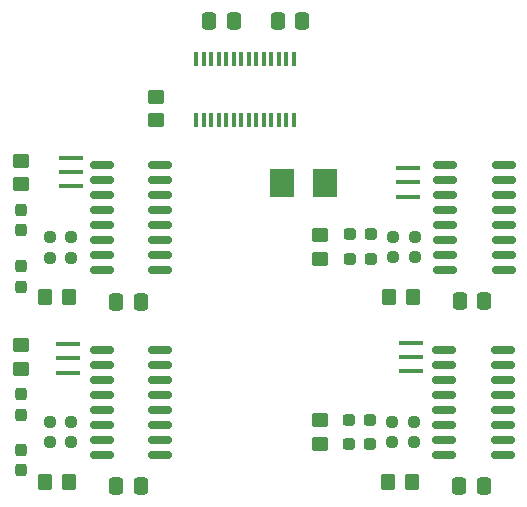
<source format=gbr>
%TF.GenerationSoftware,KiCad,Pcbnew,(6.0.4)*%
%TF.CreationDate,2022-03-26T16:13:01+01:00*%
%TF.ProjectId,Duino Coin,4475696e-6f20-4436-9f69-6e2e6b696361,rev?*%
%TF.SameCoordinates,Original*%
%TF.FileFunction,Paste,Bot*%
%TF.FilePolarity,Positive*%
%FSLAX46Y46*%
G04 Gerber Fmt 4.6, Leading zero omitted, Abs format (unit mm)*
G04 Created by KiCad (PCBNEW (6.0.4)) date 2022-03-26 16:13:01*
%MOMM*%
%LPD*%
G01*
G04 APERTURE LIST*
G04 Aperture macros list*
%AMRoundRect*
0 Rectangle with rounded corners*
0 $1 Rounding radius*
0 $2 $3 $4 $5 $6 $7 $8 $9 X,Y pos of 4 corners*
0 Add a 4 corners polygon primitive as box body*
4,1,4,$2,$3,$4,$5,$6,$7,$8,$9,$2,$3,0*
0 Add four circle primitives for the rounded corners*
1,1,$1+$1,$2,$3*
1,1,$1+$1,$4,$5*
1,1,$1+$1,$6,$7*
1,1,$1+$1,$8,$9*
0 Add four rect primitives between the rounded corners*
20,1,$1+$1,$2,$3,$4,$5,0*
20,1,$1+$1,$4,$5,$6,$7,0*
20,1,$1+$1,$6,$7,$8,$9,0*
20,1,$1+$1,$8,$9,$2,$3,0*%
G04 Aperture macros list end*
%ADD10RoundRect,0.250000X0.337500X0.475000X-0.337500X0.475000X-0.337500X-0.475000X0.337500X-0.475000X0*%
%ADD11RoundRect,0.250000X-0.337500X-0.475000X0.337500X-0.475000X0.337500X0.475000X-0.337500X0.475000X0*%
%ADD12RoundRect,0.237500X0.287500X0.237500X-0.287500X0.237500X-0.287500X-0.237500X0.287500X-0.237500X0*%
%ADD13RoundRect,0.237500X-0.237500X0.287500X-0.237500X-0.287500X0.237500X-0.287500X0.237500X0.287500X0*%
%ADD14RoundRect,0.237500X0.237500X-0.287500X0.237500X0.287500X-0.237500X0.287500X-0.237500X-0.287500X0*%
%ADD15RoundRect,0.237500X-0.250000X-0.237500X0.250000X-0.237500X0.250000X0.237500X-0.250000X0.237500X0*%
%ADD16RoundRect,0.237500X0.250000X0.237500X-0.250000X0.237500X-0.250000X-0.237500X0.250000X-0.237500X0*%
%ADD17RoundRect,0.250000X0.350000X0.450000X-0.350000X0.450000X-0.350000X-0.450000X0.350000X-0.450000X0*%
%ADD18RoundRect,0.250000X0.450000X-0.350000X0.450000X0.350000X-0.450000X0.350000X-0.450000X-0.350000X0*%
%ADD19RoundRect,0.250000X-0.450000X0.350000X-0.450000X-0.350000X0.450000X-0.350000X0.450000X0.350000X0*%
%ADD20R,0.400000X1.200000*%
%ADD21R,2.000000X2.400000*%
%ADD22RoundRect,0.150000X-0.825000X-0.150000X0.825000X-0.150000X0.825000X0.150000X-0.825000X0.150000X0*%
%ADD23R,2.000000X0.400000*%
G04 APERTURE END LIST*
D10*
%TO.C,C2*%
X193569500Y-115697000D03*
X191494500Y-115697000D03*
%TD*%
%TO.C,C3*%
X164486500Y-131381500D03*
X162411500Y-131381500D03*
%TD*%
%TO.C,C4*%
X193506000Y-131381500D03*
X191431000Y-131381500D03*
%TD*%
%TO.C,C5*%
X164486500Y-115760500D03*
X162411500Y-115760500D03*
%TD*%
D11*
%TO.C,C21*%
X176064000Y-91948000D03*
X178139000Y-91948000D03*
%TD*%
D10*
%TO.C,C23*%
X172360500Y-91948000D03*
X170285500Y-91948000D03*
%TD*%
D12*
%TO.C,D1*%
X183945500Y-112141000D03*
X182195500Y-112141000D03*
%TD*%
%TO.C,D2*%
X183945500Y-110045500D03*
X182195500Y-110045500D03*
%TD*%
D13*
%TO.C,D3*%
X154368500Y-128284000D03*
X154368500Y-130034000D03*
%TD*%
D14*
%TO.C,D4*%
X154368500Y-125335000D03*
X154368500Y-123585000D03*
%TD*%
D12*
%TO.C,D5*%
X183882000Y-127825500D03*
X182132000Y-127825500D03*
%TD*%
%TO.C,D6*%
X183882000Y-125730000D03*
X182132000Y-125730000D03*
%TD*%
D13*
%TO.C,D7*%
X154305000Y-112726500D03*
X154305000Y-114476500D03*
%TD*%
D14*
%TO.C,D8*%
X154305000Y-109714000D03*
X154305000Y-107964000D03*
%TD*%
D15*
%TO.C,R1*%
X185841000Y-111950500D03*
X187666000Y-111950500D03*
%TD*%
%TO.C,R2*%
X156758000Y-127635000D03*
X158583000Y-127635000D03*
%TD*%
%TO.C,R3*%
X185777500Y-127635000D03*
X187602500Y-127635000D03*
%TD*%
%TO.C,R4*%
X156758000Y-112014000D03*
X158583000Y-112014000D03*
%TD*%
D16*
%TO.C,R5*%
X187666000Y-110236000D03*
X185841000Y-110236000D03*
%TD*%
%TO.C,R6*%
X158583000Y-125920500D03*
X156758000Y-125920500D03*
%TD*%
%TO.C,R7*%
X187602500Y-125920500D03*
X185777500Y-125920500D03*
%TD*%
%TO.C,R8*%
X158583000Y-110299500D03*
X156758000Y-110299500D03*
%TD*%
D17*
%TO.C,R9*%
X187499500Y-115316000D03*
X185499500Y-115316000D03*
%TD*%
D18*
%TO.C,R10*%
X179679600Y-112099600D03*
X179679600Y-110099600D03*
%TD*%
D17*
%TO.C,R11*%
X158416500Y-131000500D03*
X156416500Y-131000500D03*
%TD*%
D19*
%TO.C,R12*%
X154381200Y-119446800D03*
X154381200Y-121446800D03*
%TD*%
D17*
%TO.C,R13*%
X187436000Y-131000500D03*
X185436000Y-131000500D03*
%TD*%
D18*
%TO.C,R14*%
X179679600Y-127796800D03*
X179679600Y-125796800D03*
%TD*%
D17*
%TO.C,R15*%
X158416500Y-115379500D03*
X156416500Y-115379500D03*
%TD*%
D19*
%TO.C,R16*%
X154330400Y-103800400D03*
X154330400Y-105800400D03*
%TD*%
D18*
%TO.C,R29*%
X165735000Y-100377500D03*
X165735000Y-98377500D03*
%TD*%
D20*
%TO.C,U5*%
X177419000Y-100390000D03*
X176784000Y-100390000D03*
X176149000Y-100390000D03*
X175514000Y-100390000D03*
X174879000Y-100390000D03*
X174244000Y-100390000D03*
X173609000Y-100390000D03*
X172974000Y-100390000D03*
X172339000Y-100390000D03*
X171704000Y-100390000D03*
X171069000Y-100390000D03*
X170434000Y-100390000D03*
X169799000Y-100390000D03*
X169164000Y-100390000D03*
X169164000Y-95190000D03*
X169799000Y-95190000D03*
X170434000Y-95190000D03*
X171069000Y-95190000D03*
X171704000Y-95190000D03*
X172339000Y-95190000D03*
X172974000Y-95190000D03*
X173609000Y-95190000D03*
X174244000Y-95190000D03*
X174879000Y-95190000D03*
X175514000Y-95190000D03*
X176149000Y-95190000D03*
X176784000Y-95190000D03*
X177419000Y-95190000D03*
%TD*%
D21*
%TO.C,Y5*%
X180107200Y-105664000D03*
X176407200Y-105664000D03*
%TD*%
D22*
%TO.C,U1*%
X190250040Y-113024920D03*
X190250040Y-111754920D03*
X190250040Y-110484920D03*
X190250040Y-109214920D03*
X190250040Y-107944920D03*
X190250040Y-106674920D03*
X190250040Y-105404920D03*
X190250040Y-104134920D03*
X195200040Y-104134920D03*
X195200040Y-105404920D03*
X195200040Y-106674920D03*
X195200040Y-107944920D03*
X195200040Y-109214920D03*
X195200040Y-110484920D03*
X195200040Y-111754920D03*
X195200040Y-113024920D03*
%TD*%
%TO.C,U2*%
X161161960Y-128717040D03*
X161161960Y-127447040D03*
X161161960Y-126177040D03*
X161161960Y-124907040D03*
X161161960Y-123637040D03*
X161161960Y-122367040D03*
X161161960Y-121097040D03*
X161161960Y-119827040D03*
X166111960Y-119827040D03*
X166111960Y-121097040D03*
X166111960Y-122367040D03*
X166111960Y-123637040D03*
X166111960Y-124907040D03*
X166111960Y-126177040D03*
X166111960Y-127447040D03*
X166111960Y-128717040D03*
%TD*%
%TO.C,U3*%
X190184000Y-128717040D03*
X190184000Y-127447040D03*
X190184000Y-126177040D03*
X190184000Y-124907040D03*
X190184000Y-123637040D03*
X190184000Y-122367040D03*
X190184000Y-121097040D03*
X190184000Y-119827040D03*
X195134000Y-119827040D03*
X195134000Y-121097040D03*
X195134000Y-122367040D03*
X195134000Y-123637040D03*
X195134000Y-124907040D03*
X195134000Y-126177040D03*
X195134000Y-127447040D03*
X195134000Y-128717040D03*
%TD*%
%TO.C,U4*%
X161161960Y-113096040D03*
X161161960Y-111826040D03*
X161161960Y-110556040D03*
X161161960Y-109286040D03*
X161161960Y-108016040D03*
X161161960Y-106746040D03*
X161161960Y-105476040D03*
X161161960Y-104206040D03*
X166111960Y-104206040D03*
X166111960Y-105476040D03*
X166111960Y-106746040D03*
X166111960Y-108016040D03*
X166111960Y-109286040D03*
X166111960Y-110556040D03*
X166111960Y-111826040D03*
X166111960Y-113096040D03*
%TD*%
D23*
%TO.C,Y6*%
X158536640Y-105959760D03*
X158536640Y-104759760D03*
X158536640Y-103559760D03*
%TD*%
%TO.C,Y7*%
X158328360Y-121748400D03*
X158328360Y-120548400D03*
X158328360Y-119348400D03*
%TD*%
%TO.C,Y9*%
X187340240Y-121621400D03*
X187340240Y-120421400D03*
X187340240Y-119221400D03*
%TD*%
%TO.C,Y8*%
X187137040Y-106848760D03*
X187137040Y-105648760D03*
X187137040Y-104448760D03*
%TD*%
M02*

</source>
